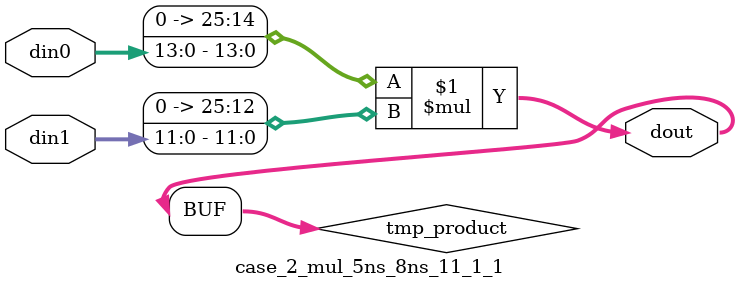
<source format=v>

`timescale 1 ns / 1 ps

 (* use_dsp = "no" *)  module case_2_mul_5ns_8ns_11_1_1(din0, din1, dout);
parameter ID = 1;
parameter NUM_STAGE = 0;
parameter din0_WIDTH = 14;
parameter din1_WIDTH = 12;
parameter dout_WIDTH = 26;

input [din0_WIDTH - 1 : 0] din0; 
input [din1_WIDTH - 1 : 0] din1; 
output [dout_WIDTH - 1 : 0] dout;

wire signed [dout_WIDTH - 1 : 0] tmp_product;
























assign tmp_product = $signed({1'b0, din0}) * $signed({1'b0, din1});











assign dout = tmp_product;





















endmodule

</source>
